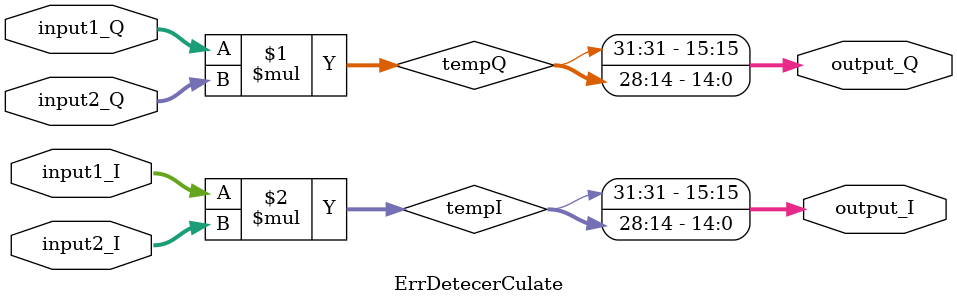
<source format=v>
`define FixedData(x) {x[SYM_WIDTH+INT_WIDTH*2+DEC_WIDTH*2], x[DEC_WIDTH*2], x[DEC_WIDTH*2-1:DEC_WIDTH]}

module ErrDetecerCulate#(
    parameter SYM_WIDTH = 1,
    parameter INT_WIDTH = 1,
    parameter DEC_WIDTH = 14
)(
    input wire signed [SYM_WIDTH+INT_WIDTH+DEC_WIDTH-1 : 0] input1_Q,
    input wire signed [SYM_WIDTH+INT_WIDTH+DEC_WIDTH-1 : 0] input2_Q,
    input wire signed [SYM_WIDTH+INT_WIDTH+DEC_WIDTH-1 : 0] input1_I,
    input wire signed [SYM_WIDTH+INT_WIDTH+DEC_WIDTH-1 : 0] input2_I,

    output wire signed [SYM_WIDTH+INT_WIDTH+DEC_WIDTH-1 : 0] output_Q,
    output wire signed [SYM_WIDTH+INT_WIDTH+DEC_WIDTH-1 : 0] output_I
);

wire signed [SYM_WIDTH+(INT_WIDTH*2)+(DEC_WIDTH*2) : 0] tempQ, tempI;

assign tempQ = input1_Q * input2_Q;
assign tempI = input1_I * input2_I;
assign output_Q = `FixedData(tempQ);
assign output_I = `FixedData(tempI);

endmodule
</source>
